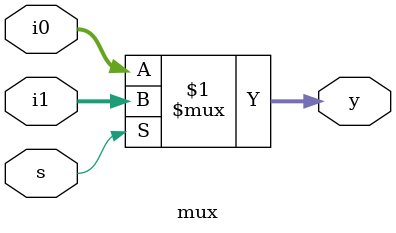
<source format=sv>
`timescale 1ns / 1ps


module mux( input logic [15:0] i0, i1,
            input logic s,
			output logic [15:0] y);
	assign y = s ? i1 : i0;
endmodule

</source>
